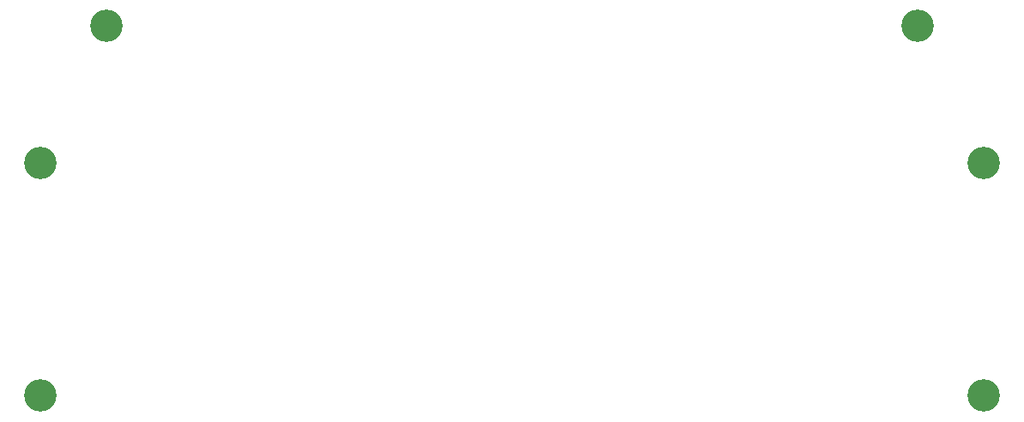
<source format=gbr>
%TF.GenerationSoftware,KiCad,Pcbnew,(5.1.9-0-10_14)*%
%TF.CreationDate,2021-08-23T19:50:34+08:00*%
%TF.ProjectId,KNOB_PANEL,4b4e4f42-5f50-4414-9e45-4c2e6b696361,V1.0*%
%TF.SameCoordinates,Original*%
%TF.FileFunction,Soldermask,Top*%
%TF.FilePolarity,Negative*%
%FSLAX46Y46*%
G04 Gerber Fmt 4.6, Leading zero omitted, Abs format (unit mm)*
G04 Created by KiCad (PCBNEW (5.1.9-0-10_14)) date 2021-08-23 19:50:34*
%MOMM*%
%LPD*%
G01*
G04 APERTURE LIST*
%ADD10C,3.200000*%
G04 APERTURE END LIST*
D10*
%TO.C,H4*%
X196500000Y-96500000D03*
%TD*%
%TO.C,H3*%
X196500000Y-73500000D03*
%TD*%
%TO.C,H2*%
X103500000Y-96500000D03*
%TD*%
%TO.C,H1*%
X103500000Y-73500000D03*
%TD*%
%TO.C,H6*%
X190000000Y-60000000D03*
%TD*%
%TO.C,H5*%
X110000000Y-60000000D03*
%TD*%
M02*

</source>
